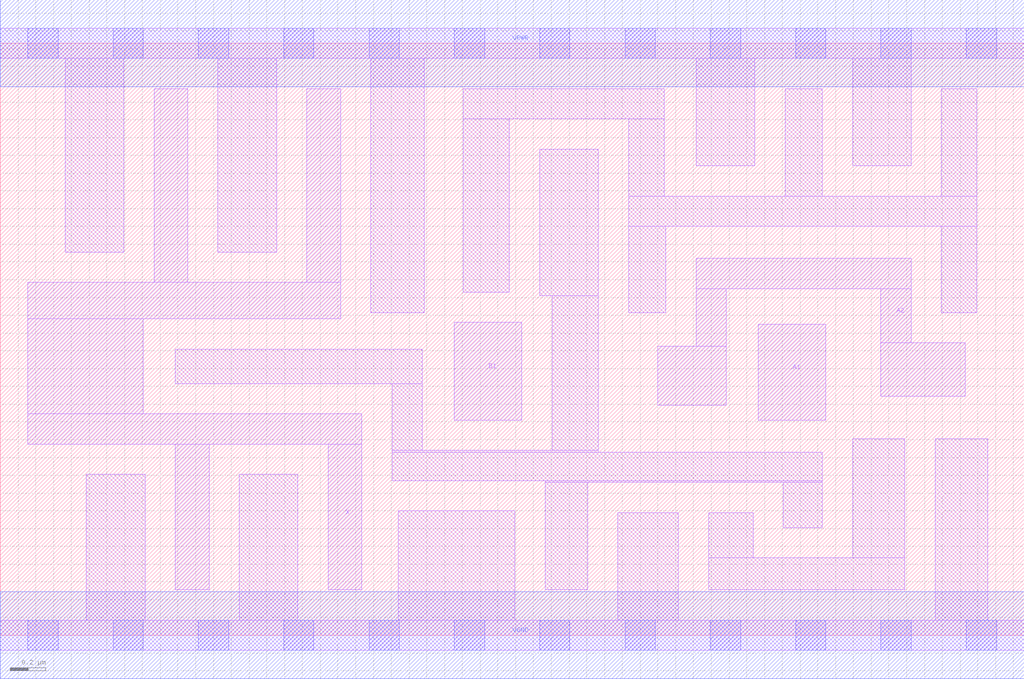
<source format=lef>
# Copyright 2020 The SkyWater PDK Authors
#
# Licensed under the Apache License, Version 2.0 (the "License");
# you may not use this file except in compliance with the License.
# You may obtain a copy of the License at
#
#     https://www.apache.org/licenses/LICENSE-2.0
#
# Unless required by applicable law or agreed to in writing, software
# distributed under the License is distributed on an "AS IS" BASIS,
# WITHOUT WARRANTIES OR CONDITIONS OF ANY KIND, either express or implied.
# See the License for the specific language governing permissions and
# limitations under the License.
#
# SPDX-License-Identifier: Apache-2.0

VERSION 5.7 ;
  NOWIREEXTENSIONATPIN ON ;
  DIVIDERCHAR "/" ;
  BUSBITCHARS "[]" ;
UNITS
  DATABASE MICRONS 200 ;
END UNITS
MACRO sky130_fd_sc_lp__a21o_4
  CLASS CORE ;
  FOREIGN sky130_fd_sc_lp__a21o_4 ;
  ORIGIN  0.000000  0.000000 ;
  SIZE  5.760000 BY  3.330000 ;
  SYMMETRY X Y R90 ;
  SITE unit ;
  PIN A1
    ANTENNAGATEAREA  0.630000 ;
    DIRECTION INPUT ;
    USE SIGNAL ;
    PORT
      LAYER li1 ;
        RECT 4.265000 1.210000 4.645000 1.750000 ;
    END
  END A1
  PIN A2
    ANTENNAGATEAREA  0.630000 ;
    DIRECTION INPUT ;
    USE SIGNAL ;
    PORT
      LAYER li1 ;
        RECT 3.700000 1.295000 4.085000 1.625000 ;
        RECT 3.915000 1.625000 4.085000 1.950000 ;
        RECT 3.915000 1.950000 5.125000 2.120000 ;
        RECT 4.955000 1.345000 5.430000 1.645000 ;
        RECT 4.955000 1.645000 5.125000 1.950000 ;
    END
  END A2
  PIN B1
    ANTENNAGATEAREA  0.630000 ;
    DIRECTION INPUT ;
    USE SIGNAL ;
    PORT
      LAYER li1 ;
        RECT 2.555000 1.210000 2.935000 1.760000 ;
    END
  END B1
  PIN X
    ANTENNADIFFAREA  1.176000 ;
    DIRECTION OUTPUT ;
    USE SIGNAL ;
    PORT
      LAYER li1 ;
        RECT 0.155000 1.075000 2.035000 1.245000 ;
        RECT 0.155000 1.245000 0.805000 1.780000 ;
        RECT 0.155000 1.780000 1.915000 1.985000 ;
        RECT 0.865000 1.985000 1.055000 3.075000 ;
        RECT 0.985000 0.255000 1.175000 1.075000 ;
        RECT 1.725000 1.985000 1.915000 3.075000 ;
        RECT 1.845000 0.255000 2.035000 1.075000 ;
    END
  END X
  PIN VGND
    DIRECTION INOUT ;
    USE GROUND ;
    PORT
      LAYER met1 ;
        RECT 0.000000 -0.245000 5.760000 0.245000 ;
    END
  END VGND
  PIN VPWR
    DIRECTION INOUT ;
    USE POWER ;
    PORT
      LAYER met1 ;
        RECT 0.000000 3.085000 5.760000 3.575000 ;
    END
  END VPWR
  OBS
    LAYER li1 ;
      RECT 0.000000 -0.085000 5.760000 0.085000 ;
      RECT 0.000000  3.245000 5.760000 3.415000 ;
      RECT 0.365000  2.155000 0.695000 3.245000 ;
      RECT 0.485000  0.085000 0.815000 0.905000 ;
      RECT 0.985000  1.415000 2.375000 1.610000 ;
      RECT 1.225000  2.155000 1.555000 3.245000 ;
      RECT 1.345000  0.085000 1.675000 0.905000 ;
      RECT 2.085000  1.815000 2.385000 3.245000 ;
      RECT 2.205000  0.870000 4.625000 1.030000 ;
      RECT 2.205000  1.030000 3.365000 1.040000 ;
      RECT 2.205000  1.040000 2.375000 1.415000 ;
      RECT 2.240000  0.085000 2.895000 0.700000 ;
      RECT 2.605000  1.930000 2.865000 2.905000 ;
      RECT 2.605000  2.905000 3.735000 3.075000 ;
      RECT 3.035000  1.910000 3.365000 2.735000 ;
      RECT 3.065000  0.255000 3.305000 0.860000 ;
      RECT 3.065000  0.860000 4.625000 0.870000 ;
      RECT 3.105000  1.040000 3.365000 1.910000 ;
      RECT 3.475000  0.085000 3.815000 0.690000 ;
      RECT 3.535000  1.815000 3.745000 2.300000 ;
      RECT 3.535000  2.300000 5.495000 2.470000 ;
      RECT 3.535000  2.470000 3.735000 2.905000 ;
      RECT 3.915000  2.640000 4.245000 3.245000 ;
      RECT 3.985000  0.255000 5.090000 0.435000 ;
      RECT 3.985000  0.435000 4.235000 0.690000 ;
      RECT 4.405000  0.605000 4.625000 0.860000 ;
      RECT 4.415000  2.470000 4.625000 3.075000 ;
      RECT 4.795000  0.435000 5.090000 1.105000 ;
      RECT 4.795000  2.640000 5.125000 3.245000 ;
      RECT 5.260000  0.085000 5.555000 1.105000 ;
      RECT 5.295000  1.815000 5.495000 2.300000 ;
      RECT 5.295000  2.470000 5.495000 3.075000 ;
    LAYER mcon ;
      RECT 0.155000 -0.085000 0.325000 0.085000 ;
      RECT 0.155000  3.245000 0.325000 3.415000 ;
      RECT 0.635000 -0.085000 0.805000 0.085000 ;
      RECT 0.635000  3.245000 0.805000 3.415000 ;
      RECT 1.115000 -0.085000 1.285000 0.085000 ;
      RECT 1.115000  3.245000 1.285000 3.415000 ;
      RECT 1.595000 -0.085000 1.765000 0.085000 ;
      RECT 1.595000  3.245000 1.765000 3.415000 ;
      RECT 2.075000 -0.085000 2.245000 0.085000 ;
      RECT 2.075000  3.245000 2.245000 3.415000 ;
      RECT 2.555000 -0.085000 2.725000 0.085000 ;
      RECT 2.555000  3.245000 2.725000 3.415000 ;
      RECT 3.035000 -0.085000 3.205000 0.085000 ;
      RECT 3.035000  3.245000 3.205000 3.415000 ;
      RECT 3.515000 -0.085000 3.685000 0.085000 ;
      RECT 3.515000  3.245000 3.685000 3.415000 ;
      RECT 3.995000 -0.085000 4.165000 0.085000 ;
      RECT 3.995000  3.245000 4.165000 3.415000 ;
      RECT 4.475000 -0.085000 4.645000 0.085000 ;
      RECT 4.475000  3.245000 4.645000 3.415000 ;
      RECT 4.955000 -0.085000 5.125000 0.085000 ;
      RECT 4.955000  3.245000 5.125000 3.415000 ;
      RECT 5.435000 -0.085000 5.605000 0.085000 ;
      RECT 5.435000  3.245000 5.605000 3.415000 ;
  END
END sky130_fd_sc_lp__a21o_4
END LIBRARY

</source>
